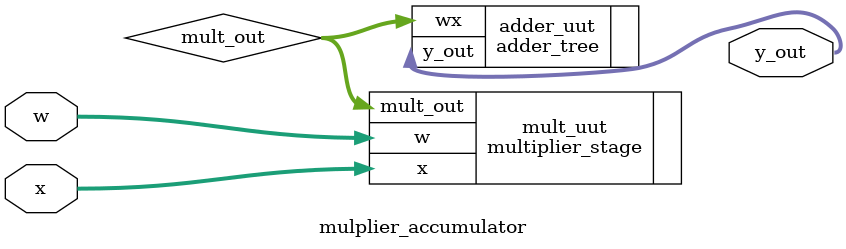
<source format=v>

module mulplier_accumulator #(parameter n_stage = 6) (
    input [(2**n_stage)-1:0] w,
    input [(2**n_stage)-1:0] x,
    output [(n_stage+1):0] y_out
);

`ifdef UNROLL
    wire [63:0] y_plus;
    wire [63:0] y_minus;
    wire [(n_stage+1):0] sum_plus;
    wire [(n_stage+1):0] sum_minus;

    assign y_plus = x & w;
    assign y_minus = x & (~w);

    assign sum_plus = 
        y_plus[0]+
        y_plus[1]+
        y_plus[2]+
        y_plus[3]+
        y_plus[4]+
        y_plus[5]+
        y_plus[6]+
        y_plus[7]+
        y_plus[8]+
        y_plus[9]+
        y_plus[10]+
        y_plus[11]+
        y_plus[12]+
        y_plus[13]+
        y_plus[14]+
        y_plus[15]+
        y_plus[16]+
        y_plus[17]+
        y_plus[18]+
        y_plus[19]+
        y_plus[20]+
        y_plus[21]+
        y_plus[22]+
        y_plus[23]+
        y_plus[24]+
        y_plus[25]+
        y_plus[26]+
        y_plus[27]+
        y_plus[28]+
        y_plus[29]+
        y_plus[30]+
        y_plus[31]+
        y_plus[32]+
        y_plus[33]+
        y_plus[34]+
        y_plus[35]+
        y_plus[36]+
        y_plus[37]+
        y_plus[38]+
        y_plus[39]+
        y_plus[40]+
        y_plus[41]+
        y_plus[42]+
        y_plus[43]+
        y_plus[44]+
        y_plus[45]+
        y_plus[46]+
        y_plus[47]+
        y_plus[48]+
        y_plus[49]+
        y_plus[50]+
        y_plus[51]+
        y_plus[52]+
        y_plus[53]+
        y_plus[54]+
        y_plus[55]+
        y_plus[56]+
        y_plus[57]+
        y_plus[58]+
        y_plus[59]+
        y_plus[60]+
        y_plus[61]+
        y_plus[62]+
        y_plus[63];

    assign sum_minus = 
        y_minus[0]+
        y_minus[1]+
        y_minus[2]+
        y_minus[3]+
        y_minus[4]+
        y_minus[5]+
        y_minus[6]+
        y_minus[7]+
        y_minus[8]+
        y_minus[9]+
        y_minus[10]+
        y_minus[11]+
        y_minus[12]+
        y_minus[13]+
        y_minus[14]+
        y_minus[15]+
        y_minus[16]+
        y_minus[17]+
        y_minus[18]+
        y_minus[19]+
        y_minus[20]+
        y_minus[21]+
        y_minus[22]+
        y_minus[23]+
        y_minus[24]+
        y_minus[25]+
        y_minus[26]+
        y_minus[27]+
        y_minus[28]+
        y_minus[29]+
        y_minus[30]+
        y_minus[31]+
        y_minus[32]+
        y_minus[33]+
        y_minus[34]+
        y_minus[35]+
        y_minus[36]+
        y_minus[37]+
        y_minus[38]+
        y_minus[39]+
        y_minus[40]+
        y_minus[41]+
        y_minus[42]+
        y_minus[43]+
        y_minus[44]+
        y_minus[45]+
        y_minus[46]+
        y_minus[47]+
        y_minus[48]+
        y_minus[49]+
        y_minus[50]+
        y_minus[51]+
        y_minus[52]+
        y_minus[53]+
        y_minus[54]+
        y_minus[55]+
        y_minus[56]+
        y_minus[57]+
        y_minus[58]+
        y_minus[59]+
        y_minus[60]+
        y_minus[61]+
        y_minus[62]+
        y_minus[63];

    assign y_out = sum_plus - sum_minus;
`else

    wire [(2*(2**n_stage))-1:0] mult_out;

    multiplier_stage #(n_stage) mult_uut (
        .w(w),
        .x(x),
        .mult_out(mult_out)
    );

    adder_tree #(n_stage) adder_uut (
        .wx(mult_out),
        .y_out(y_out)
    );
`endif

endmodule

</source>
